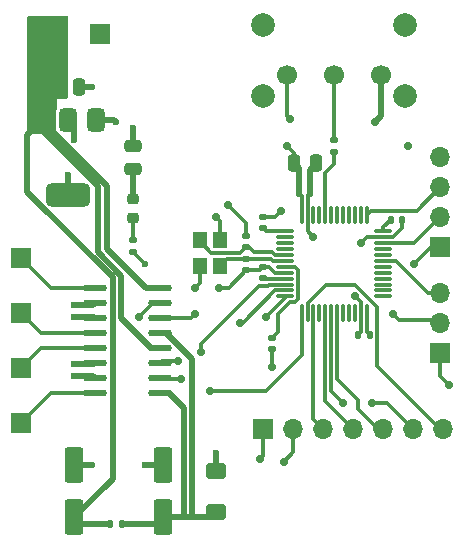
<source format=gbr>
%TF.GenerationSoftware,KiCad,Pcbnew,8.0.5*%
%TF.CreationDate,2025-02-26T14:21:12-03:00*%
%TF.ProjectId,EchoCar_PCB,4563686f-4361-4725-9f50-43422e6b6963,rev?*%
%TF.SameCoordinates,Original*%
%TF.FileFunction,Copper,L1,Top*%
%TF.FilePolarity,Positive*%
%FSLAX46Y46*%
G04 Gerber Fmt 4.6, Leading zero omitted, Abs format (unit mm)*
G04 Created by KiCad (PCBNEW 8.0.5) date 2025-02-26 14:21:12*
%MOMM*%
%LPD*%
G01*
G04 APERTURE LIST*
G04 Aperture macros list*
%AMRoundRect*
0 Rectangle with rounded corners*
0 $1 Rounding radius*
0 $2 $3 $4 $5 $6 $7 $8 $9 X,Y pos of 4 corners*
0 Add a 4 corners polygon primitive as box body*
4,1,4,$2,$3,$4,$5,$6,$7,$8,$9,$2,$3,0*
0 Add four circle primitives for the rounded corners*
1,1,$1+$1,$2,$3*
1,1,$1+$1,$4,$5*
1,1,$1+$1,$6,$7*
1,1,$1+$1,$8,$9*
0 Add four rect primitives between the rounded corners*
20,1,$1+$1,$2,$3,$4,$5,0*
20,1,$1+$1,$4,$5,$6,$7,0*
20,1,$1+$1,$6,$7,$8,$9,0*
20,1,$1+$1,$8,$9,$2,$3,0*%
G04 Aperture macros list end*
%TA.AperFunction,ComponentPad*%
%ADD10R,1.700000X1.700000*%
%TD*%
%TA.AperFunction,ComponentPad*%
%ADD11O,1.700000X1.700000*%
%TD*%
%TA.AperFunction,SMDPad,CuDef*%
%ADD12RoundRect,0.140000X-0.170000X0.140000X-0.170000X-0.140000X0.170000X-0.140000X0.170000X0.140000X0*%
%TD*%
%TA.AperFunction,SMDPad,CuDef*%
%ADD13RoundRect,0.250000X-0.250000X-0.475000X0.250000X-0.475000X0.250000X0.475000X-0.250000X0.475000X0*%
%TD*%
%TA.AperFunction,SMDPad,CuDef*%
%ADD14RoundRect,0.140000X-0.140000X-0.170000X0.140000X-0.170000X0.140000X0.170000X-0.140000X0.170000X0*%
%TD*%
%TA.AperFunction,SMDPad,CuDef*%
%ADD15RoundRect,0.140000X0.170000X-0.140000X0.170000X0.140000X-0.170000X0.140000X-0.170000X-0.140000X0*%
%TD*%
%TA.AperFunction,SMDPad,CuDef*%
%ADD16RoundRect,0.250000X0.550000X-1.250000X0.550000X1.250000X-0.550000X1.250000X-0.550000X-1.250000X0*%
%TD*%
%TA.AperFunction,SMDPad,CuDef*%
%ADD17RoundRect,0.075000X-0.662500X-0.075000X0.662500X-0.075000X0.662500X0.075000X-0.662500X0.075000X0*%
%TD*%
%TA.AperFunction,SMDPad,CuDef*%
%ADD18RoundRect,0.075000X-0.075000X-0.662500X0.075000X-0.662500X0.075000X0.662500X-0.075000X0.662500X0*%
%TD*%
%TA.AperFunction,SMDPad,CuDef*%
%ADD19RoundRect,0.218750X0.256250X-0.218750X0.256250X0.218750X-0.256250X0.218750X-0.256250X-0.218750X0*%
%TD*%
%TA.AperFunction,SMDPad,CuDef*%
%ADD20O,2.038000X0.574000*%
%TD*%
%TA.AperFunction,ComponentPad*%
%ADD21C,2.000000*%
%TD*%
%TA.AperFunction,ComponentPad*%
%ADD22C,1.700000*%
%TD*%
%TA.AperFunction,SMDPad,CuDef*%
%ADD23RoundRect,0.135000X-0.185000X0.135000X-0.185000X-0.135000X0.185000X-0.135000X0.185000X0.135000X0*%
%TD*%
%TA.AperFunction,SMDPad,CuDef*%
%ADD24RoundRect,0.375000X-0.375000X0.625000X-0.375000X-0.625000X0.375000X-0.625000X0.375000X0.625000X0*%
%TD*%
%TA.AperFunction,SMDPad,CuDef*%
%ADD25RoundRect,0.500000X-1.400000X0.500000X-1.400000X-0.500000X1.400000X-0.500000X1.400000X0.500000X0*%
%TD*%
%TA.AperFunction,SMDPad,CuDef*%
%ADD26R,1.200000X1.400000*%
%TD*%
%TA.AperFunction,SMDPad,CuDef*%
%ADD27RoundRect,0.250000X0.475000X-0.250000X0.475000X0.250000X-0.475000X0.250000X-0.475000X-0.250000X0*%
%TD*%
%TA.AperFunction,SMDPad,CuDef*%
%ADD28RoundRect,0.135000X-0.135000X-0.185000X0.135000X-0.185000X0.135000X0.185000X-0.135000X0.185000X0*%
%TD*%
%TA.AperFunction,SMDPad,CuDef*%
%ADD29RoundRect,0.140000X0.140000X0.170000X-0.140000X0.170000X-0.140000X-0.170000X0.140000X-0.170000X0*%
%TD*%
%TA.AperFunction,SMDPad,CuDef*%
%ADD30RoundRect,0.250000X0.600000X-0.400000X0.600000X0.400000X-0.600000X0.400000X-0.600000X-0.400000X0*%
%TD*%
%TA.AperFunction,ViaPad*%
%ADD31C,0.600000*%
%TD*%
%TA.AperFunction,ViaPad*%
%ADD32C,0.700000*%
%TD*%
%TA.AperFunction,Conductor*%
%ADD33C,0.300000*%
%TD*%
%TA.AperFunction,Conductor*%
%ADD34C,0.500000*%
%TD*%
G04 APERTURE END LIST*
D10*
%TO.P,J3,1,Pin_1*%
%TO.N,GND*%
X150000000Y-78540000D03*
D11*
%TO.P,J3,2,Pin_2*%
%TO.N,+3.3V*%
X150000000Y-76000000D03*
%TO.P,J3,3,Pin_3*%
%TO.N,UART_RX*%
X150000000Y-73460000D03*
%TD*%
D12*
%TO.P,C7,1*%
%TO.N,/RST*%
X135750000Y-77270000D03*
%TO.P,C7,2*%
%TO.N,GND*%
X135750000Y-78230000D03*
%TD*%
D10*
%TO.P,J2,1,Pin_1*%
%TO.N,GND*%
X135000000Y-85000000D03*
D11*
%TO.P,J2,2,Pin_2*%
%TO.N,+3.3V*%
X137540000Y-85000000D03*
%TO.P,J2,3,Pin_3*%
%TO.N,DISP_SCK*%
X140080000Y-85000000D03*
%TO.P,J2,4,Pin_4*%
%TO.N,DISP_SDA*%
X142620000Y-85000000D03*
%TO.P,J2,5,Pin_5*%
%TO.N,DISP_RES*%
X145160000Y-85000000D03*
%TO.P,J2,6,Pin_6*%
%TO.N,DISP_DC*%
X147700000Y-85000000D03*
%TO.P,J2,7,Pin_7*%
%TO.N,DISP_CS*%
X150240000Y-85000000D03*
%TD*%
D13*
%TO.P,C10,1*%
%TO.N,VCC*%
X117500000Y-56000000D03*
%TO.P,C10,2*%
%TO.N,GND*%
X119400000Y-56000000D03*
%TD*%
D10*
%TO.P,H4,1,1*%
%TO.N,Net-(U3-OUTB2)*%
X114500000Y-70500000D03*
%TD*%
D14*
%TO.P,C5,1*%
%TO.N,+3.3V*%
X145790000Y-67250000D03*
%TO.P,C5,2*%
%TO.N,GND*%
X146750000Y-67250000D03*
%TD*%
D15*
%TO.P,C3,1*%
%TO.N,+3.3V*%
X135000000Y-67980000D03*
%TO.P,C3,2*%
%TO.N,GND*%
X135000000Y-67020000D03*
%TD*%
D16*
%TO.P,C12,1*%
%TO.N,Net-(D2-K)*%
X126500000Y-92450000D03*
%TO.P,C12,2*%
%TO.N,GND*%
X126500000Y-88050000D03*
%TD*%
D17*
%TO.P,U1,1,VBAT*%
%TO.N,+3.3V*%
X136837500Y-68250000D03*
%TO.P,U1,2,PC13*%
%TO.N,unconnected-(U1-PC13-Pad2)*%
X136837500Y-68750000D03*
%TO.P,U1,3,PC14*%
%TO.N,unconnected-(U1-PC14-Pad3)*%
X136837500Y-69250000D03*
%TO.P,U1,4,PC15*%
%TO.N,unconnected-(U1-PC15-Pad4)*%
X136837500Y-69750000D03*
%TO.P,U1,5,PD0*%
%TO.N,OSCIN*%
X136837500Y-70250000D03*
%TO.P,U1,6,PD1*%
%TO.N,OSCOUT*%
X136837500Y-70750000D03*
%TO.P,U1,7,NRST*%
%TO.N,/RST*%
X136837500Y-71250000D03*
%TO.P,U1,8,VSSA*%
%TO.N,GND*%
X136837500Y-71750000D03*
%TO.P,U1,9,VDDA*%
%TO.N,+3.3V*%
X136837500Y-72250000D03*
%TO.P,U1,10,PA0*%
%TO.N,MOTOR_IN_1*%
X136837500Y-72750000D03*
%TO.P,U1,11,PA1*%
%TO.N,MOTOR_IN_2*%
X136837500Y-73250000D03*
%TO.P,U1,12,PA2*%
%TO.N,MOTOR_IN_3*%
X136837500Y-73750000D03*
D18*
%TO.P,U1,13,PA3*%
%TO.N,MOTOR_IN_4*%
X138250000Y-75162500D03*
%TO.P,U1,14,PA4*%
%TO.N,DISP_CS*%
X138750000Y-75162500D03*
%TO.P,U1,15,PA5*%
%TO.N,DISP_SCK*%
X139250000Y-75162500D03*
%TO.P,U1,16,PA6*%
%TO.N,unconnected-(U1-PA6-Pad16)*%
X139750000Y-75162500D03*
%TO.P,U1,17,PA7*%
%TO.N,DISP_SDA*%
X140250000Y-75162500D03*
%TO.P,U1,18,PB0*%
%TO.N,DISP_DC*%
X140750000Y-75162500D03*
%TO.P,U1,19,PB1*%
%TO.N,DISP_RES*%
X141250000Y-75162500D03*
%TO.P,U1,20,PB2*%
%TO.N,unconnected-(U1-PB2-Pad20)*%
X141750000Y-75162500D03*
%TO.P,U1,21,PB10*%
%TO.N,unconnected-(U1-PB10-Pad21)*%
X142250000Y-75162500D03*
%TO.P,U1,22,PB11*%
%TO.N,unconnected-(U1-PB11-Pad22)*%
X142750000Y-75162500D03*
%TO.P,U1,23,VSS*%
%TO.N,GND*%
X143250000Y-75162500D03*
%TO.P,U1,24,VDD*%
%TO.N,+3.3V*%
X143750000Y-75162500D03*
D17*
%TO.P,U1,25,PB12*%
%TO.N,unconnected-(U1-PB12-Pad25)*%
X145162500Y-73750000D03*
%TO.P,U1,26,PB13*%
%TO.N,unconnected-(U1-PB13-Pad26)*%
X145162500Y-73250000D03*
%TO.P,U1,27,PB14*%
%TO.N,unconnected-(U1-PB14-Pad27)*%
X145162500Y-72750000D03*
%TO.P,U1,28,PB15*%
%TO.N,unconnected-(U1-PB15-Pad28)*%
X145162500Y-72250000D03*
%TO.P,U1,29,PA8*%
%TO.N,unconnected-(U1-PA8-Pad29)*%
X145162500Y-71750000D03*
%TO.P,U1,30,PA9*%
%TO.N,unconnected-(U1-PA9-Pad30)*%
X145162500Y-71250000D03*
%TO.P,U1,31,PA10*%
%TO.N,UART_RX*%
X145162500Y-70750000D03*
%TO.P,U1,32,PA11*%
%TO.N,unconnected-(U1-PA11-Pad32)*%
X145162500Y-70250000D03*
%TO.P,U1,33,PA12*%
%TO.N,unconnected-(U1-PA12-Pad33)*%
X145162500Y-69750000D03*
%TO.P,U1,34,PA13*%
%TO.N,SWIO*%
X145162500Y-69250000D03*
%TO.P,U1,35,VSS*%
%TO.N,GND*%
X145162500Y-68750000D03*
%TO.P,U1,36,VDD*%
%TO.N,+3.3V*%
X145162500Y-68250000D03*
D18*
%TO.P,U1,37,PA14*%
%TO.N,SWCLK*%
X143750000Y-66837500D03*
%TO.P,U1,38,PA15*%
%TO.N,unconnected-(U1-PA15-Pad38)*%
X143250000Y-66837500D03*
%TO.P,U1,39,PB3*%
%TO.N,unconnected-(U1-PB3-Pad39)*%
X142750000Y-66837500D03*
%TO.P,U1,40,PB4*%
%TO.N,unconnected-(U1-PB4-Pad40)*%
X142250000Y-66837500D03*
%TO.P,U1,41,PB5*%
%TO.N,unconnected-(U1-PB5-Pad41)*%
X141750000Y-66837500D03*
%TO.P,U1,42,PB6*%
%TO.N,unconnected-(U1-PB6-Pad42)*%
X141250000Y-66837500D03*
%TO.P,U1,43,PB7*%
%TO.N,unconnected-(U1-PB7-Pad43)*%
X140750000Y-66837500D03*
%TO.P,U1,44,BOOT0*%
%TO.N,BOOT*%
X140250000Y-66837500D03*
%TO.P,U1,45,PB8*%
%TO.N,unconnected-(U1-PB8-Pad45)*%
X139750000Y-66837500D03*
%TO.P,U1,46,PB9*%
%TO.N,unconnected-(U1-PB9-Pad46)*%
X139250000Y-66837500D03*
%TO.P,U1,47,VSS*%
%TO.N,GND*%
X138750000Y-66837500D03*
%TO.P,U1,48,VDD*%
%TO.N,+3.3V*%
X138250000Y-66837500D03*
%TD*%
D19*
%TO.P,D1,1,K*%
%TO.N,/PWR_LED_K*%
X124000000Y-67075000D03*
%TO.P,D1,2,A*%
%TO.N,+3.3V*%
X124000000Y-65500000D03*
%TD*%
D12*
%TO.P,C9,1*%
%TO.N,OSCOUT*%
X133500000Y-70600000D03*
%TO.P,C9,2*%
%TO.N,GND*%
X133500000Y-71560000D03*
%TD*%
D13*
%TO.P,C1,1*%
%TO.N,+3.3V*%
X137600000Y-62500000D03*
%TO.P,C1,2*%
%TO.N,GND*%
X139500000Y-62500000D03*
%TD*%
D20*
%TO.P,U3,1,VCC*%
%TO.N,Net-(D2-K)*%
X126269000Y-81945000D03*
%TO.P,U3,2,INA1*%
%TO.N,MOTOR_IN_1*%
X126269000Y-80675000D03*
%TO.P,U3,3,INB1*%
%TO.N,MOTOR_IN_2*%
X126269000Y-79405000D03*
%TO.P,U3,4,VCC1*%
%TO.N,VCC*%
X126269000Y-78135000D03*
%TO.P,U3,5,VCC*%
%TO.N,Net-(D2-K)*%
X126269000Y-76865000D03*
%TO.P,U3,6,INA2*%
%TO.N,MOTOR_IN_3*%
X126269000Y-75595000D03*
%TO.P,U3,7,INB2*%
%TO.N,MOTOR_IN_4*%
X126269000Y-74325000D03*
%TO.P,U3,8,VCC2*%
%TO.N,VCC*%
X126269000Y-73055000D03*
%TO.P,U3,9,OUTB2*%
%TO.N,Net-(U3-OUTB2)*%
X120731000Y-73055000D03*
%TO.P,U3,10,GND*%
%TO.N,GND*%
X120731000Y-74325000D03*
%TO.P,U3,11,GND*%
X120731000Y-75595000D03*
%TO.P,U3,12,OUTA2*%
%TO.N,Net-(U3-OUTA2)*%
X120731000Y-76865000D03*
%TO.P,U3,13,OUTB1*%
%TO.N,Net-(U3-OUTB1)*%
X120731000Y-78135000D03*
%TO.P,U3,14,GND*%
%TO.N,GND*%
X120731000Y-79405000D03*
%TO.P,U3,15,GND*%
X120731000Y-80675000D03*
%TO.P,U3,16,OUTA1*%
%TO.N,Net-(U3-OUTA1)*%
X120731000Y-81945000D03*
%TD*%
D21*
%TO.P,SW1,*%
%TO.N,*%
X147000000Y-56750000D03*
X147000000Y-50750000D03*
X135000000Y-56750000D03*
X135000000Y-50750000D03*
D22*
%TO.P,SW1,1,A*%
%TO.N,GND*%
X145000000Y-55000000D03*
%TO.P,SW1,2,B*%
%TO.N,Net-(SW1-B)*%
X141000000Y-55000000D03*
%TO.P,SW1,3,C*%
%TO.N,+3.3V*%
X137000000Y-55000000D03*
%TD*%
D15*
%TO.P,C2,1*%
%TO.N,+3.3V*%
X135000000Y-72210000D03*
%TO.P,C2,2*%
%TO.N,GND*%
X135000000Y-71250000D03*
%TD*%
D10*
%TO.P,H1,1,1*%
%TO.N,Net-(U3-OUTA1)*%
X114500000Y-84450000D03*
%TD*%
D23*
%TO.P,R2,1*%
%TO.N,/PWR_LED_K*%
X124000000Y-68990000D03*
%TO.P,R2,2*%
%TO.N,GND*%
X124000000Y-70010000D03*
%TD*%
D10*
%TO.P,H6,1,1*%
%TO.N,GND*%
X121150000Y-51500000D03*
%TD*%
D24*
%TO.P,U2,1,GND*%
%TO.N,GND*%
X120800000Y-58850000D03*
%TO.P,U2,2,VO*%
%TO.N,+3.3V*%
X118500000Y-58850000D03*
D25*
X118500000Y-65150000D03*
D24*
%TO.P,U2,3,VI*%
%TO.N,VCC*%
X116200000Y-58850000D03*
%TD*%
D26*
%TO.P,Y1,1,1*%
%TO.N,OSCIN*%
X129650000Y-69000000D03*
%TO.P,Y1,2,2*%
%TO.N,GND*%
X129650000Y-71200000D03*
%TO.P,Y1,3,3*%
%TO.N,OSCOUT*%
X131350000Y-71200000D03*
%TO.P,Y1,4,4*%
%TO.N,GND*%
X131350000Y-69000000D03*
%TD*%
D15*
%TO.P,C8,1*%
%TO.N,OSCIN*%
X133500000Y-69580000D03*
%TO.P,C8,2*%
%TO.N,GND*%
X133500000Y-68620000D03*
%TD*%
D10*
%TO.P,H3,1,1*%
%TO.N,Net-(U3-OUTA2)*%
X114500000Y-75150000D03*
%TD*%
D14*
%TO.P,C6,1*%
%TO.N,+3.3V*%
X138000000Y-65000000D03*
%TO.P,C6,2*%
%TO.N,GND*%
X138960000Y-65000000D03*
%TD*%
D27*
%TO.P,C11,1*%
%TO.N,+3.3V*%
X124000000Y-62950000D03*
%TO.P,C11,2*%
%TO.N,GND*%
X124000000Y-61050000D03*
%TD*%
D10*
%TO.P,J1,1,Pin_1*%
%TO.N,+3.3V*%
X150000000Y-69540000D03*
D11*
%TO.P,J1,2,Pin_2*%
%TO.N,SWIO*%
X150000000Y-67000000D03*
%TO.P,J1,3,Pin_3*%
%TO.N,SWCLK*%
X150000000Y-64460000D03*
%TO.P,J1,4,Pin_4*%
%TO.N,GND*%
X150000000Y-61920000D03*
%TD*%
D10*
%TO.P,H5,1,1*%
%TO.N,VCC*%
X116500000Y-51500000D03*
%TD*%
D28*
%TO.P,R3,1*%
%TO.N,VCC*%
X121990000Y-93000000D03*
%TO.P,R3,2*%
%TO.N,Net-(D2-K)*%
X123010000Y-93000000D03*
%TD*%
D16*
%TO.P,C13,1*%
%TO.N,VCC*%
X119000000Y-92450000D03*
%TO.P,C13,2*%
%TO.N,GND*%
X119000000Y-88050000D03*
%TD*%
D29*
%TO.P,C4,1*%
%TO.N,+3.3V*%
X144000000Y-77000000D03*
%TO.P,C4,2*%
%TO.N,GND*%
X143040000Y-77000000D03*
%TD*%
D10*
%TO.P,H2,1,1*%
%TO.N,Net-(U3-OUTB1)*%
X114500000Y-79800000D03*
%TD*%
D30*
%TO.P,D2,1,K*%
%TO.N,Net-(D2-K)*%
X131000000Y-92000000D03*
%TO.P,D2,2,A*%
%TO.N,GND*%
X131000000Y-88500000D03*
%TD*%
D23*
%TO.P,R1,1*%
%TO.N,Net-(SW1-B)*%
X141000000Y-60500000D03*
%TO.P,R1,2*%
%TO.N,BOOT*%
X141000000Y-61520000D03*
%TD*%
D31*
%TO.N,+3.3V*%
X124000000Y-64500000D03*
X118500000Y-63500000D03*
X119000000Y-60500000D03*
%TO.N,GND*%
X131000000Y-87000000D03*
X125000000Y-88000000D03*
X120500000Y-88000000D03*
X120500000Y-56000000D03*
X119000000Y-80500000D03*
X119000000Y-79500000D03*
X119000000Y-75500000D03*
X119000000Y-74500000D03*
X124000000Y-59500000D03*
X122500000Y-59000000D03*
D32*
X131250000Y-73000000D03*
X131000000Y-67000000D03*
X142750000Y-73750000D03*
X139250000Y-68750000D03*
X136500000Y-66500000D03*
D31*
X125000000Y-71000000D03*
D32*
X147250000Y-61000000D03*
X134750000Y-87500000D03*
X135750000Y-79750000D03*
X144500000Y-59000000D03*
X143250000Y-69250000D03*
X150750000Y-81250000D03*
X132000000Y-66000000D03*
X129250000Y-73000000D03*
%TO.N,+3.3V*%
X136750000Y-87750000D03*
X146000000Y-75250000D03*
X137250000Y-58750000D03*
X147750000Y-71000000D03*
X137000000Y-61000000D03*
%TO.N,DISP_DC*%
X144250000Y-82750000D03*
X141750000Y-82750000D03*
%TO.N,MOTOR_IN_4*%
X130500000Y-81750000D03*
X124500000Y-75500000D03*
%TO.N,MOTOR_IN_2*%
X133000000Y-76000000D03*
X127750000Y-79250000D03*
%TO.N,MOTOR_IN_1*%
X129750000Y-78500000D03*
X128000000Y-80750000D03*
%TO.N,MOTOR_IN_3*%
X135250000Y-75500000D03*
X129250000Y-75250000D03*
%TD*%
D33*
%TO.N,+3.3V*%
X138250000Y-66837500D02*
X138250000Y-65250000D01*
X138250000Y-65250000D02*
X138000000Y-65000000D01*
X135270000Y-68250000D02*
X135000000Y-67980000D01*
X136837500Y-68250000D02*
X135270000Y-68250000D01*
D34*
X124000000Y-64500000D02*
X124000000Y-65500000D01*
X124000000Y-64500000D02*
X124000000Y-62950000D01*
X118500000Y-63500000D02*
X118500000Y-65150000D01*
X119000000Y-59350000D02*
X118500000Y-58850000D01*
X119000000Y-60500000D02*
X119000000Y-59350000D01*
%TO.N,GND*%
X131000000Y-87000000D02*
X131000000Y-88500000D01*
X126450000Y-88000000D02*
X126500000Y-88050000D01*
X125000000Y-88000000D02*
X126450000Y-88000000D01*
X120450000Y-88050000D02*
X120500000Y-88000000D01*
X119000000Y-88050000D02*
X120450000Y-88050000D01*
X120556000Y-80500000D02*
X120731000Y-80675000D01*
X119000000Y-80500000D02*
X120556000Y-80500000D01*
X120636000Y-79500000D02*
X120731000Y-79405000D01*
X119000000Y-79500000D02*
X120636000Y-79500000D01*
X120636000Y-75500000D02*
X120731000Y-75595000D01*
X119000000Y-75500000D02*
X120636000Y-75500000D01*
X120556000Y-74500000D02*
X120731000Y-74325000D01*
X119000000Y-74500000D02*
X120556000Y-74500000D01*
X124000000Y-59500000D02*
X124000000Y-61050000D01*
X122350000Y-58850000D02*
X122500000Y-59000000D01*
X120800000Y-58850000D02*
X122350000Y-58850000D01*
X119400000Y-56000000D02*
X120500000Y-56000000D01*
D33*
X135000000Y-87250000D02*
X134750000Y-87500000D01*
D34*
X138960000Y-63040000D02*
X139500000Y-62500000D01*
X145000000Y-58500000D02*
X144500000Y-59000000D01*
D33*
X135750000Y-79750000D02*
X135750000Y-78230000D01*
X143250000Y-74250000D02*
X142750000Y-73750000D01*
X133500000Y-68620000D02*
X133500000Y-67500000D01*
X150000000Y-78540000D02*
X150000000Y-80500000D01*
X133500000Y-68620000D02*
X133500000Y-68750000D01*
X132060000Y-73000000D02*
X131250000Y-73000000D01*
X138750000Y-66837500D02*
X138750000Y-65210000D01*
X131600000Y-68750000D02*
X131350000Y-69000000D01*
X133500000Y-67500000D02*
X132000000Y-66000000D01*
D34*
X138960000Y-65000000D02*
X138960000Y-63040000D01*
D33*
X131350000Y-67350000D02*
X131000000Y-67000000D01*
X138750000Y-65210000D02*
X138960000Y-65000000D01*
X138750000Y-66837500D02*
X138750000Y-68250000D01*
X135496880Y-71250000D02*
X135000000Y-71250000D01*
X129650000Y-71200000D02*
X129650000Y-72600000D01*
X133500000Y-71560000D02*
X134690000Y-71560000D01*
X134690000Y-71560000D02*
X135000000Y-71250000D01*
X150000000Y-80500000D02*
X150750000Y-81250000D01*
X135000000Y-85000000D02*
X135000000Y-87250000D01*
X131350000Y-69000000D02*
X131350000Y-67350000D01*
X129650000Y-72600000D02*
X129250000Y-73000000D01*
X138750000Y-68250000D02*
X139250000Y-68750000D01*
X124000000Y-70010000D02*
X124010000Y-70010000D01*
X146750000Y-68003120D02*
X146750000Y-67250000D01*
X143250000Y-75162500D02*
X143250000Y-76790000D01*
X124010000Y-70010000D02*
X125000000Y-71000000D01*
X135980000Y-67020000D02*
X136500000Y-66500000D01*
X135000000Y-67020000D02*
X135980000Y-67020000D01*
D34*
X145000000Y-55000000D02*
X145000000Y-58500000D01*
D33*
X143750000Y-68750000D02*
X143250000Y-69250000D01*
X136837500Y-71750000D02*
X135996880Y-71750000D01*
X135996880Y-71750000D02*
X135496880Y-71250000D01*
X133500000Y-71560000D02*
X132060000Y-73000000D01*
X145162500Y-68750000D02*
X146003120Y-68750000D01*
X145162500Y-68750000D02*
X143750000Y-68750000D01*
X146003120Y-68750000D02*
X146750000Y-68003120D01*
X143250000Y-76790000D02*
X143040000Y-77000000D01*
X143250000Y-75162500D02*
X143250000Y-74250000D01*
%TO.N,+3.3V*%
X146500000Y-75750000D02*
X150000000Y-75750000D01*
X137540000Y-85000000D02*
X137540000Y-86960000D01*
X146000000Y-75250000D02*
X146500000Y-75750000D01*
X137000000Y-58500000D02*
X137250000Y-58750000D01*
X137600000Y-61600000D02*
X137600000Y-62500000D01*
X137540000Y-86960000D02*
X136750000Y-87750000D01*
X135040000Y-72250000D02*
X135000000Y-72210000D01*
X143750000Y-76750000D02*
X144000000Y-77000000D01*
X150000000Y-75750000D02*
X150000000Y-76000000D01*
X145162500Y-67877500D02*
X145790000Y-67250000D01*
X149210000Y-69540000D02*
X150000000Y-69540000D01*
X145162500Y-68250000D02*
X145162500Y-67877500D01*
X137000000Y-55000000D02*
X137000000Y-58500000D01*
D34*
X138000000Y-62900000D02*
X137600000Y-62500000D01*
D33*
X147750000Y-71000000D02*
X149210000Y-69540000D01*
D34*
X138000000Y-65000000D02*
X138000000Y-62900000D01*
D33*
X143750000Y-75162500D02*
X143750000Y-76750000D01*
X136837500Y-72250000D02*
X135040000Y-72250000D01*
X137000000Y-61000000D02*
X137600000Y-61600000D01*
%TO.N,/RST*%
X137678120Y-74250000D02*
X137925000Y-74003120D01*
X135750000Y-77270000D02*
X136250000Y-76770000D01*
X137250000Y-74250000D02*
X137678120Y-74250000D01*
X136250000Y-75250000D02*
X137250000Y-74250000D01*
X137925000Y-74003120D02*
X137925000Y-71496880D01*
X137925000Y-71496880D02*
X137678120Y-71250000D01*
X137678120Y-71250000D02*
X136837500Y-71250000D01*
X136250000Y-76770000D02*
X136250000Y-75250000D01*
%TO.N,OSCIN*%
X130600000Y-70050000D02*
X129650000Y-69100000D01*
X133500000Y-69580000D02*
X133030000Y-70050000D01*
X135746880Y-70000000D02*
X135996880Y-70250000D01*
X133500000Y-69580000D02*
X133830000Y-69580000D01*
X129650000Y-69100000D02*
X129650000Y-69000000D01*
X133030000Y-70050000D02*
X130600000Y-70050000D01*
X134250000Y-70000000D02*
X135746880Y-70000000D01*
X135996880Y-70250000D02*
X136837500Y-70250000D01*
X133830000Y-69580000D02*
X134250000Y-70000000D01*
%TO.N,OSCOUT*%
X133500000Y-70600000D02*
X135639773Y-70600000D01*
X131350000Y-71200000D02*
X131950000Y-70600000D01*
X131950000Y-70600000D02*
X133500000Y-70600000D01*
X135789773Y-70750000D02*
X136837500Y-70750000D01*
X135639773Y-70600000D02*
X135789773Y-70750000D01*
D34*
%TO.N,VCC*%
X121750000Y-64400000D02*
X116200000Y-58850000D01*
X115000000Y-60050000D02*
X116200000Y-58850000D01*
X116200000Y-59599226D02*
X116200000Y-58850000D01*
X121000000Y-64399226D02*
X116200000Y-59599226D01*
X119550000Y-93000000D02*
X119000000Y-92450000D01*
X122250000Y-72150774D02*
X115000000Y-64900774D01*
X121990000Y-93000000D02*
X119550000Y-93000000D01*
X125537000Y-78135000D02*
X123000000Y-75598000D01*
X126269000Y-73055000D02*
X125055000Y-73055000D01*
X121750000Y-69750000D02*
X121750000Y-64400000D01*
X126269000Y-78135000D02*
X125537000Y-78135000D01*
X123000000Y-72000000D02*
X121000000Y-70000000D01*
X122250000Y-89200000D02*
X122250000Y-72150774D01*
X115000000Y-64900774D02*
X115000000Y-60050000D01*
X123000000Y-75598000D02*
X123000000Y-72000000D01*
X119000000Y-92450000D02*
X122250000Y-89200000D01*
X121000000Y-70000000D02*
X121000000Y-64399226D01*
X125055000Y-73055000D02*
X121750000Y-69750000D01*
%TO.N,Net-(D2-K)*%
X125950000Y-93000000D02*
X126500000Y-92450000D01*
X129000000Y-92450000D02*
X130550000Y-92450000D01*
X128250000Y-92450000D02*
X129000000Y-92450000D01*
X128250000Y-83194000D02*
X128250000Y-92450000D01*
X126773275Y-76865000D02*
X129000000Y-79091725D01*
X123010000Y-93000000D02*
X125950000Y-93000000D01*
X130550000Y-92450000D02*
X131000000Y-92000000D01*
X126500000Y-92450000D02*
X128250000Y-92450000D01*
X126269000Y-76865000D02*
X126773275Y-76865000D01*
X129000000Y-79091725D02*
X129000000Y-92450000D01*
X126269000Y-81945000D02*
X127001000Y-81945000D01*
X127001000Y-81945000D02*
X128250000Y-83194000D01*
D33*
%TO.N,/PWR_LED_K*%
X124000000Y-68990000D02*
X124000000Y-67075000D01*
%TO.N,Net-(U3-OUTA1)*%
X117005000Y-81945000D02*
X114500000Y-84450000D01*
X120731000Y-81945000D02*
X117005000Y-81945000D01*
%TO.N,Net-(U3-OUTB1)*%
X116165000Y-78135000D02*
X114500000Y-79800000D01*
X120731000Y-78135000D02*
X116165000Y-78135000D01*
%TO.N,Net-(U3-OUTA2)*%
X116215000Y-76865000D02*
X114500000Y-75150000D01*
X120731000Y-76865000D02*
X116215000Y-76865000D01*
%TO.N,Net-(U3-OUTB2)*%
X117055000Y-73055000D02*
X114500000Y-70500000D01*
X120731000Y-73055000D02*
X117055000Y-73055000D01*
X114500000Y-70500000D02*
X115000000Y-70500000D01*
%TO.N,SWCLK*%
X150000000Y-64460000D02*
X150000000Y-64500000D01*
X144087500Y-66500000D02*
X143750000Y-66837500D01*
X148000000Y-66500000D02*
X144087500Y-66500000D01*
X150000000Y-64500000D02*
X148000000Y-66500000D01*
%TO.N,SWIO*%
X150000000Y-67000000D02*
X147750000Y-69250000D01*
X147750000Y-69250000D02*
X145162500Y-69250000D01*
%TO.N,DISP_CS*%
X144630000Y-74630000D02*
X142750000Y-72750000D01*
X150240000Y-85000000D02*
X150000000Y-85000000D01*
X142750000Y-72750000D02*
X140321880Y-72750000D01*
X150000000Y-85000000D02*
X144630000Y-79630000D01*
X140321880Y-72750000D02*
X138750000Y-74321880D01*
X138750000Y-74321880D02*
X138750000Y-75162500D01*
X144630000Y-79630000D02*
X144630000Y-74630000D01*
%TO.N,DISP_SCK*%
X139250000Y-84170000D02*
X139250000Y-75162500D01*
X140080000Y-85000000D02*
X139250000Y-84170000D01*
%TO.N,DISP_SDA*%
X140250000Y-82630000D02*
X140250000Y-75162500D01*
X142620000Y-85000000D02*
X140250000Y-82630000D01*
%TO.N,DISP_DC*%
X145450000Y-82750000D02*
X144250000Y-82750000D01*
X147700000Y-85000000D02*
X145450000Y-82750000D01*
X141750000Y-82750000D02*
X140750000Y-81750000D01*
X140750000Y-81750000D02*
X140750000Y-75162500D01*
%TO.N,DISP_RES*%
X143000000Y-82500000D02*
X143000000Y-83250000D01*
X143000000Y-83250000D02*
X144750000Y-85000000D01*
X141250000Y-80750000D02*
X143000000Y-82500000D01*
X145160000Y-85000000D02*
X145160000Y-84910000D01*
X144750000Y-85000000D02*
X145160000Y-85000000D01*
X141250000Y-75162500D02*
X141250000Y-80750000D01*
%TO.N,UART_RX*%
X150000000Y-73460000D02*
X148960000Y-73460000D01*
X146250000Y-70750000D02*
X145162500Y-70750000D01*
X148960000Y-73460000D02*
X146250000Y-70750000D01*
%TO.N,BOOT*%
X140250000Y-63330456D02*
X141000000Y-62580456D01*
X141000000Y-62580456D02*
X141000000Y-61520000D01*
X140250000Y-66837500D02*
X140250000Y-63330456D01*
%TO.N,Net-(SW1-B)*%
X141000000Y-55000000D02*
X141000000Y-60500000D01*
%TO.N,MOTOR_IN_4*%
X135244975Y-81750000D02*
X130500000Y-81750000D01*
X138250000Y-78744975D02*
X135244975Y-81750000D01*
X125675000Y-74325000D02*
X126269000Y-74325000D01*
X124500000Y-75500000D02*
X125675000Y-74325000D01*
X138250000Y-75162500D02*
X138250000Y-78744975D01*
%TO.N,MOTOR_IN_2*%
X126424000Y-79250000D02*
X126269000Y-79405000D01*
X133246880Y-76000000D02*
X133000000Y-76000000D01*
X136837500Y-73250000D02*
X135996880Y-73250000D01*
X127750000Y-79250000D02*
X126424000Y-79250000D01*
X135996880Y-73250000D02*
X133246880Y-76000000D01*
X126269000Y-79405000D02*
X125537000Y-79405000D01*
%TO.N,MOTOR_IN_1*%
X135376846Y-72840000D02*
X135466846Y-72750000D01*
X134660000Y-72840000D02*
X135376846Y-72840000D01*
X135466846Y-72750000D02*
X136837500Y-72750000D01*
X129750000Y-78500000D02*
X129750000Y-77750000D01*
X129750000Y-77750000D02*
X134660000Y-72840000D01*
X126344000Y-80750000D02*
X126269000Y-80675000D01*
X128000000Y-80750000D02*
X126344000Y-80750000D01*
X126269000Y-80675000D02*
X125906146Y-80675000D01*
%TO.N,MOTOR_IN_3*%
X136837500Y-73750000D02*
X136750000Y-73750000D01*
X128905000Y-75595000D02*
X126269000Y-75595000D01*
X136837500Y-73912500D02*
X135250000Y-75500000D01*
X129250000Y-75250000D02*
X128905000Y-75595000D01*
X126269000Y-75595000D02*
X125906146Y-75595000D01*
X136837500Y-73750000D02*
X136837500Y-73912500D01*
%TD*%
%TA.AperFunction,Conductor*%
%TO.N,VCC*%
G36*
X118443039Y-50019685D02*
G01*
X118488794Y-50072489D01*
X118500000Y-50124000D01*
X118500000Y-56876000D01*
X118480315Y-56943039D01*
X118427511Y-56988794D01*
X118376000Y-57000000D01*
X117500000Y-57000000D01*
X117500000Y-57941260D01*
X117494385Y-57978150D01*
X117455685Y-58102341D01*
X117449500Y-58170408D01*
X117449500Y-59529591D01*
X117455685Y-59597654D01*
X117455686Y-59597661D01*
X117494385Y-59721848D01*
X117500000Y-59758739D01*
X117500000Y-59876000D01*
X117480315Y-59943039D01*
X117427511Y-59988794D01*
X117376000Y-60000000D01*
X115124000Y-60000000D01*
X115056961Y-59980315D01*
X115011206Y-59927511D01*
X115000000Y-59876000D01*
X115000000Y-50124000D01*
X115019685Y-50056961D01*
X115072489Y-50011206D01*
X115124000Y-50000000D01*
X118376000Y-50000000D01*
X118443039Y-50019685D01*
G37*
%TD.AperFunction*%
%TD*%
M02*

</source>
